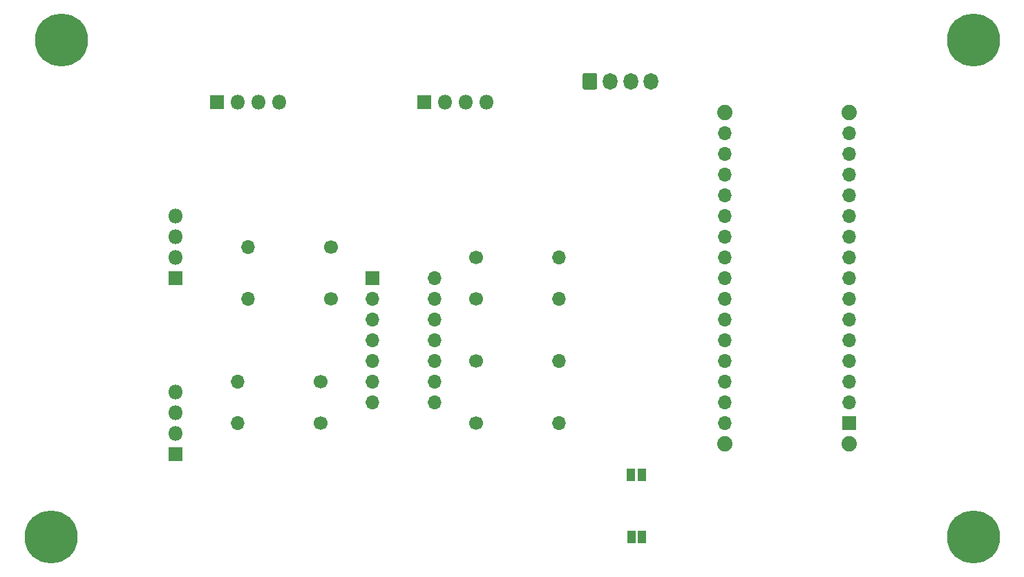
<source format=gbr>
%TF.GenerationSoftware,KiCad,Pcbnew,5.1.6-c6e7f7d~86~ubuntu18.04.1*%
%TF.CreationDate,2020-07-08T21:07:12-04:00*%
%TF.ProjectId,boo,626f6f2e-6b69-4636-9164-5f7063625858,rev?*%
%TF.SameCoordinates,Original*%
%TF.FileFunction,Soldermask,Top*%
%TF.FilePolarity,Negative*%
%FSLAX46Y46*%
G04 Gerber Fmt 4.6, Leading zero omitted, Abs format (unit mm)*
G04 Created by KiCad (PCBNEW 5.1.6-c6e7f7d~86~ubuntu18.04.1) date 2020-07-08 21:07:12*
%MOMM*%
%LPD*%
G01*
G04 APERTURE LIST*
%ADD10O,1.700000X1.700000*%
%ADD11R,1.700000X1.700000*%
%ADD12C,1.700000*%
%ADD13R,1.800000X1.800000*%
%ADD14O,1.800000X1.800000*%
%ADD15O,1.800000X2.050000*%
%ADD16R,1.100000X1.600000*%
%ADD17C,1.880000*%
%ADD18C,6.500000*%
G04 APERTURE END LIST*
D10*
%TO.C,U1*%
X430530000Y420370000D03*
X422910000Y405130000D03*
X430530000Y417830000D03*
X422910000Y407670000D03*
X430530000Y415290000D03*
X422910000Y410210000D03*
X430530000Y412750000D03*
X422910000Y412750000D03*
X430530000Y410210000D03*
X422910000Y415290000D03*
X430530000Y407670000D03*
X422910000Y417830000D03*
X430530000Y405130000D03*
D11*
X422910000Y420370000D03*
%TD*%
D10*
%TO.C,R8*%
X406400000Y407670000D03*
D12*
X416560000Y407670000D03*
%TD*%
D10*
%TO.C,R7*%
X406400000Y402590000D03*
D12*
X416560000Y402590000D03*
%TD*%
D10*
%TO.C,R6*%
X445770000Y410210000D03*
D12*
X435610000Y410210000D03*
%TD*%
D10*
%TO.C,R5*%
X445770000Y402590000D03*
D12*
X435610000Y402590000D03*
%TD*%
D10*
%TO.C,R4*%
X407670000Y417830000D03*
D12*
X417830000Y417830000D03*
%TD*%
D10*
%TO.C,R3*%
X407670000Y424180000D03*
D12*
X417830000Y424180000D03*
%TD*%
D10*
%TO.C,R2*%
X445770000Y417830000D03*
D12*
X435610000Y417830000D03*
%TD*%
D10*
%TO.C,R1*%
X445770000Y422910000D03*
D12*
X435610000Y422910000D03*
%TD*%
D13*
%TO.C,J1*%
X403860000Y441960000D03*
D14*
X406400000Y441960000D03*
X408940000Y441960000D03*
X411480000Y441960000D03*
%TD*%
%TO.C,J2*%
X398780000Y427990000D03*
X398780000Y425450000D03*
X398780000Y422910000D03*
D13*
X398780000Y420370000D03*
%TD*%
%TO.C,J3*%
X429260000Y441960000D03*
D14*
X431800000Y441960000D03*
X434340000Y441960000D03*
X436880000Y441960000D03*
%TD*%
%TO.C,J4*%
X398780000Y406400000D03*
X398780000Y403860000D03*
X398780000Y401320000D03*
D13*
X398780000Y398780000D03*
%TD*%
%TO.C,J5*%
G36*
G01*
X448680000Y443739706D02*
X448680000Y445260294D01*
G75*
G02*
X448944706Y445525000I264706J0D01*
G01*
X450215294Y445525000D01*
G75*
G02*
X450480000Y445260294I0J-264706D01*
G01*
X450480000Y443739706D01*
G75*
G02*
X450215294Y443475000I-264706J0D01*
G01*
X448944706Y443475000D01*
G75*
G02*
X448680000Y443739706I0J264706D01*
G01*
G37*
D15*
X452080000Y444500000D03*
X454580000Y444500000D03*
X457080000Y444500000D03*
%TD*%
D16*
%TO.C,JP1*%
X454660000Y388620000D03*
X455960000Y388620000D03*
%TD*%
%TO.C,JP2*%
X455930000Y396240000D03*
X454630000Y396240000D03*
%TD*%
D11*
%TO.C,A1*%
X481330000Y402590000D03*
D10*
X466090000Y435610000D03*
X481330000Y405130000D03*
X466090000Y433070000D03*
X481330000Y407670000D03*
X466090000Y430530000D03*
X481330000Y410210000D03*
X466090000Y427990000D03*
X481330000Y412750000D03*
X466090000Y425450000D03*
X481330000Y415290000D03*
X466090000Y422910000D03*
X481330000Y417830000D03*
X466090000Y420370000D03*
X481330000Y420370000D03*
X466090000Y417830000D03*
X481330000Y422910000D03*
X466090000Y415290000D03*
X481330000Y425450000D03*
X466090000Y412750000D03*
X481330000Y427990000D03*
X466090000Y410210000D03*
X481330000Y430530000D03*
X466090000Y407670000D03*
X481330000Y433070000D03*
X466090000Y405130000D03*
X481330000Y435610000D03*
X466090000Y402590000D03*
X481330000Y438150000D03*
X466090000Y438150000D03*
D17*
X481330000Y400050000D03*
X466090000Y400050000D03*
X466090000Y440690000D03*
X481330000Y440690000D03*
%TD*%
D18*
%TO.C,H1*%
X496570000Y449580000D03*
%TD*%
%TO.C,H2*%
X496570000Y388620000D03*
%TD*%
%TO.C,H3*%
X383540000Y388620000D03*
%TD*%
%TO.C,H4*%
X384810000Y449580000D03*
%TD*%
M02*

</source>
